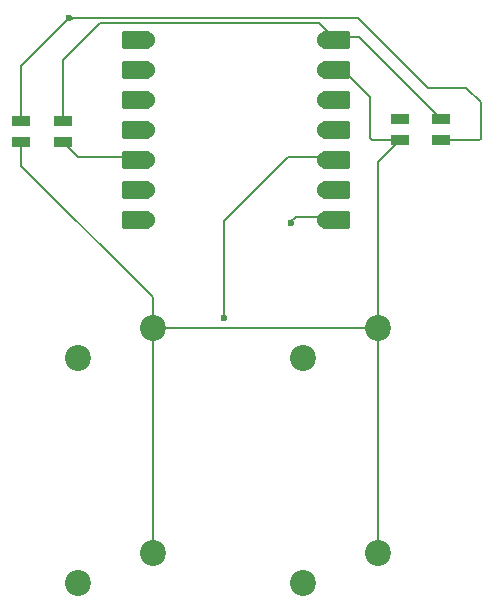
<source format=gbr>
%TF.GenerationSoftware,KiCad,Pcbnew,9.0.6*%
%TF.CreationDate,2025-12-01T23:19:03-05:00*%
%TF.ProjectId,project,70726f6a-6563-4742-9e6b-696361645f70,rev?*%
%TF.SameCoordinates,Original*%
%TF.FileFunction,Copper,L1,Top*%
%TF.FilePolarity,Positive*%
%FSLAX46Y46*%
G04 Gerber Fmt 4.6, Leading zero omitted, Abs format (unit mm)*
G04 Created by KiCad (PCBNEW 9.0.6) date 2025-12-01 23:19:03*
%MOMM*%
%LPD*%
G01*
G04 APERTURE LIST*
G04 Aperture macros list*
%AMRoundRect*
0 Rectangle with rounded corners*
0 $1 Rounding radius*
0 $2 $3 $4 $5 $6 $7 $8 $9 X,Y pos of 4 corners*
0 Add a 4 corners polygon primitive as box body*
4,1,4,$2,$3,$4,$5,$6,$7,$8,$9,$2,$3,0*
0 Add four circle primitives for the rounded corners*
1,1,$1+$1,$2,$3*
1,1,$1+$1,$4,$5*
1,1,$1+$1,$6,$7*
1,1,$1+$1,$8,$9*
0 Add four rect primitives between the rounded corners*
20,1,$1+$1,$2,$3,$4,$5,0*
20,1,$1+$1,$4,$5,$6,$7,0*
20,1,$1+$1,$6,$7,$8,$9,0*
20,1,$1+$1,$8,$9,$2,$3,0*%
G04 Aperture macros list end*
%TA.AperFunction,ComponentPad*%
%ADD10C,2.200000*%
%TD*%
%TA.AperFunction,SMDPad,CuDef*%
%ADD11R,1.600000X0.850000*%
%TD*%
%TA.AperFunction,SMDPad,CuDef*%
%ADD12RoundRect,0.152400X1.063600X0.609600X-1.063600X0.609600X-1.063600X-0.609600X1.063600X-0.609600X0*%
%TD*%
%TA.AperFunction,ComponentPad*%
%ADD13C,1.524000*%
%TD*%
%TA.AperFunction,SMDPad,CuDef*%
%ADD14RoundRect,0.152400X-1.063600X-0.609600X1.063600X-0.609600X1.063600X0.609600X-1.063600X0.609600X0*%
%TD*%
%TA.AperFunction,ViaPad*%
%ADD15C,0.600000*%
%TD*%
%TA.AperFunction,Conductor*%
%ADD16C,0.200000*%
%TD*%
G04 APERTURE END LIST*
D10*
%TO.P,SW4,1,1*%
%TO.N,GND*%
X138271250Y-80645000D03*
%TO.P,SW4,2,2*%
%TO.N,Net-(U1-GPIO3{slash}MOSI)*%
X131921250Y-83185000D03*
%TD*%
D11*
%TO.P,D1,1,DOUT*%
%TO.N,Net-(D1-DOUT)*%
X108100000Y-44020000D03*
%TO.P,D1,2,VSS*%
%TO.N,GND*%
X108100000Y-45770000D03*
%TO.P,D1,3,DIN*%
%TO.N,Net-(D1-DIN)*%
X111600000Y-45770000D03*
%TO.P,D1,4,VDD*%
%TO.N,+5V*%
X111600000Y-44020000D03*
%TD*%
%TO.P,D2,1,DOUT*%
%TO.N,unconnected-(D2-DOUT-Pad1)*%
X140160000Y-43900000D03*
%TO.P,D2,2,VSS*%
%TO.N,GND*%
X140160000Y-45650000D03*
%TO.P,D2,3,DIN*%
%TO.N,Net-(D1-DOUT)*%
X143660000Y-45650000D03*
%TO.P,D2,4,VDD*%
%TO.N,+5V*%
X143660000Y-43900000D03*
%TD*%
D10*
%TO.P,SW3,1,1*%
%TO.N,GND*%
X119221250Y-80645000D03*
%TO.P,SW3,2,2*%
%TO.N,Net-(U1-GPIO4{slash}MISO)*%
X112871250Y-83185000D03*
%TD*%
%TO.P,SW1,1,1*%
%TO.N,GND*%
X119221250Y-61595000D03*
%TO.P,SW1,2,2*%
%TO.N,Net-(U1-GPIO1{slash}RX)*%
X112871250Y-64135000D03*
%TD*%
%TO.P,SW2,1,1*%
%TO.N,GND*%
X138271250Y-61595000D03*
%TO.P,SW2,2,2*%
%TO.N,Net-(U1-GPIO2{slash}SCK)*%
X131921250Y-64135000D03*
%TD*%
D12*
%TO.P,U1,1,GPIO26/ADC0/A0*%
%TO.N,unconnected-(U1-GPIO26{slash}ADC0{slash}A0-Pad1)*%
X117855000Y-37140000D03*
D13*
X118690000Y-37140000D03*
D12*
%TO.P,U1,2,GPIO27/ADC1/A1*%
%TO.N,unconnected-(U1-GPIO27{slash}ADC1{slash}A1-Pad2)*%
X117855000Y-39680000D03*
D13*
X118690000Y-39680000D03*
D12*
%TO.P,U1,3,GPIO28/ADC2/A2*%
%TO.N,unconnected-(U1-GPIO28{slash}ADC2{slash}A2-Pad3)*%
X117855000Y-42220000D03*
D13*
X118690000Y-42220000D03*
D12*
%TO.P,U1,4,GPIO29/ADC3/A3*%
%TO.N,unconnected-(U1-GPIO29{slash}ADC3{slash}A3-Pad4)*%
X117855000Y-44760000D03*
D13*
X118690000Y-44760000D03*
D12*
%TO.P,U1,5,GPIO6/SDA*%
%TO.N,Net-(D1-DIN)*%
X117855000Y-47300000D03*
D13*
X118690000Y-47300000D03*
D12*
%TO.P,U1,6,GPIO7/SCL*%
%TO.N,unconnected-(U1-GPIO7{slash}SCL-Pad6)*%
X117855000Y-49840000D03*
D13*
X118690000Y-49840000D03*
D12*
%TO.P,U1,7,GPIO0/TX*%
%TO.N,unconnected-(U1-GPIO0{slash}TX-Pad7)*%
X117855000Y-52380000D03*
D13*
X118690000Y-52380000D03*
%TO.P,U1,8,GPIO1/RX*%
%TO.N,Net-(U1-GPIO1{slash}RX)*%
X133930000Y-52380000D03*
D14*
X134765000Y-52380000D03*
D13*
%TO.P,U1,9,GPIO2/SCK*%
%TO.N,Net-(U1-GPIO2{slash}SCK)*%
X133930000Y-49840000D03*
D14*
X134765000Y-49840000D03*
D13*
%TO.P,U1,10,GPIO4/MISO*%
%TO.N,Net-(U1-GPIO4{slash}MISO)*%
X133930000Y-47300000D03*
D14*
X134765000Y-47300000D03*
D13*
%TO.P,U1,11,GPIO3/MOSI*%
%TO.N,Net-(U1-GPIO3{slash}MOSI)*%
X133930000Y-44760000D03*
D14*
X134765000Y-44760000D03*
D13*
%TO.P,U1,12,3V3*%
%TO.N,unconnected-(U1-3V3-Pad12)*%
X133930000Y-42220000D03*
D14*
X134765000Y-42220000D03*
D13*
%TO.P,U1,13,GND*%
%TO.N,GND*%
X133930000Y-39680000D03*
D14*
X134765000Y-39680000D03*
D13*
%TO.P,U1,14,VBUS*%
%TO.N,+5V*%
X133930000Y-37140000D03*
D14*
X134765000Y-37140000D03*
%TD*%
D15*
%TO.N,Net-(D1-DOUT)*%
X112150000Y-35310000D03*
%TO.N,GND*%
X108100000Y-45770000D03*
%TO.N,Net-(U1-GPIO1{slash}RX)*%
X130910000Y-52700000D03*
%TO.N,Net-(U1-GPIO4{slash}MISO)*%
X125270000Y-60730000D03*
%TD*%
D16*
%TO.N,Net-(D1-DOUT)*%
X108100000Y-39360000D02*
X112150000Y-35310000D01*
X108100000Y-44020000D02*
X108100000Y-39360000D01*
X112230000Y-35390000D02*
X112150000Y-35310000D01*
X147000000Y-45520000D02*
X146870000Y-45650000D01*
X112150000Y-35310000D02*
X136630000Y-35310000D01*
X146870000Y-45650000D02*
X143660000Y-45650000D01*
X142530000Y-41210000D02*
X145800000Y-41210000D01*
X147000000Y-42410000D02*
X147000000Y-45520000D01*
X112230000Y-35390000D02*
X112390000Y-35390000D01*
X136630000Y-35310000D02*
X142530000Y-41210000D01*
X145800000Y-41210000D02*
X147000000Y-42410000D01*
%TO.N,Net-(D1-DIN)*%
X117625000Y-47088500D02*
X112918500Y-47088500D01*
X112918500Y-47088500D02*
X111600000Y-45770000D01*
%TO.N,GND*%
X137800000Y-45650000D02*
X140160000Y-45650000D01*
X119221250Y-61595000D02*
X138271250Y-61595000D01*
X119221250Y-61595000D02*
X119221250Y-58921250D01*
X137670000Y-42010000D02*
X137670000Y-45360000D01*
X119221250Y-80645000D02*
X119221250Y-61595000D01*
X108100000Y-47800000D02*
X108100000Y-45770000D01*
X137670000Y-45360000D02*
X137590000Y-45440000D01*
X119230000Y-61460000D02*
X119390000Y-61620000D01*
X119390000Y-61620000D02*
X119550000Y-61620000D01*
X138271250Y-61595000D02*
X138271250Y-80645000D01*
X119221250Y-61595000D02*
X119221250Y-61468750D01*
X133700000Y-39468500D02*
X135128500Y-39468500D01*
X138271250Y-47538750D02*
X140160000Y-45650000D01*
X135128500Y-39468500D02*
X137670000Y-42010000D01*
X138271250Y-61595000D02*
X138271250Y-47538750D01*
X119221250Y-61468750D02*
X119230000Y-61460000D01*
X137590000Y-45440000D02*
X137800000Y-45650000D01*
X119221250Y-58921250D02*
X108100000Y-47800000D01*
%TO.N,+5V*%
X114779000Y-35711000D02*
X133317500Y-35711000D01*
X133317500Y-35711000D02*
X134535000Y-36928500D01*
X111600000Y-44020000D02*
X111600000Y-38890000D01*
X133700000Y-36928500D02*
X134535000Y-36928500D01*
X111600000Y-38890000D02*
X114779000Y-35711000D01*
X136688500Y-36928500D02*
X143660000Y-43900000D01*
X133700000Y-36928500D02*
X136688500Y-36928500D01*
%TO.N,Net-(U1-GPIO1{slash}RX)*%
X130890000Y-52620000D02*
X130890000Y-52850000D01*
X131341500Y-52168500D02*
X130890000Y-52620000D01*
X134535000Y-52168500D02*
X131341500Y-52168500D01*
%TO.N,Net-(U1-GPIO4{slash}MISO)*%
X130671500Y-47088500D02*
X133700000Y-47088500D01*
X125270000Y-60730000D02*
X125270000Y-52490000D01*
X133700000Y-47088500D02*
X134535000Y-47088500D01*
X125270000Y-52490000D02*
X130671500Y-47088500D01*
%TD*%
M02*

</source>
